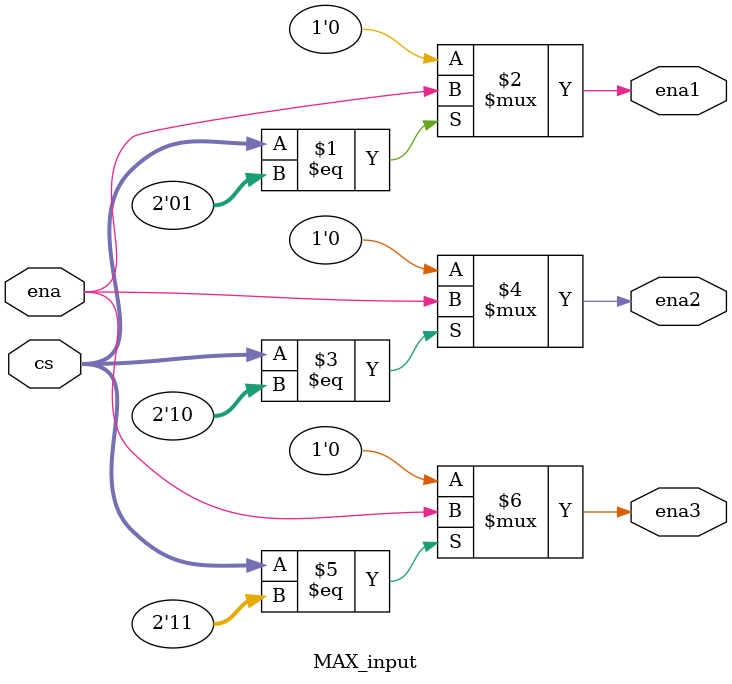
<source format=v>
`timescale 1ns / 1ps


module MAX_input(
	input 				ena,
	input 		[1:0]	cs,

	output 				ena1,
	output				ena2,
	output 				ena3
    );

assign ena1 = (cs == 2'b01)?ena:1'b0;
assign ena2 = (cs == 2'b10)?ena:1'b0;
assign ena3 = (cs == 2'b11)?ena:1'b0;

endmodule

</source>
